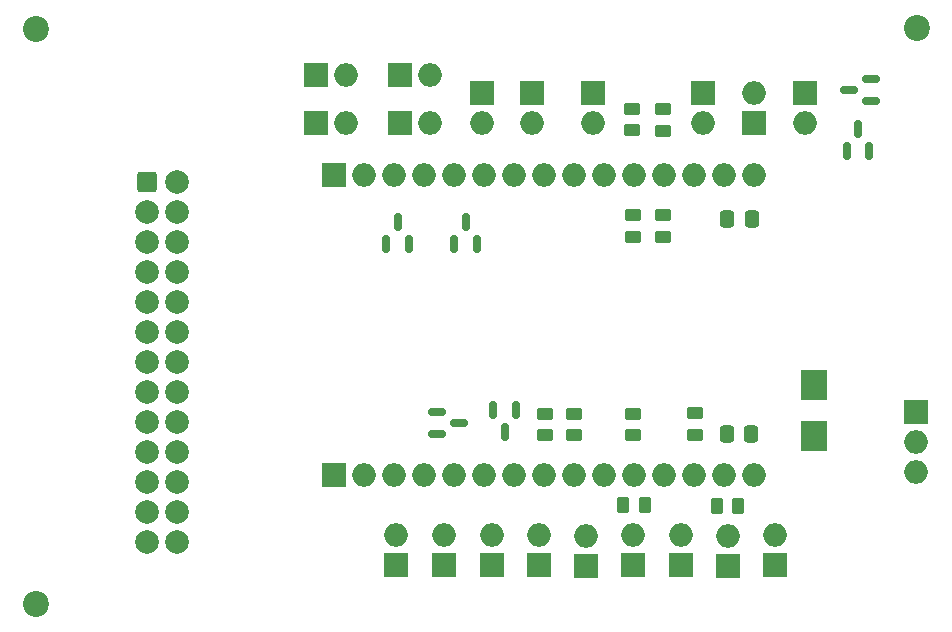
<source format=gbr>
%TF.GenerationSoftware,KiCad,Pcbnew,(6.0.6)*%
%TF.CreationDate,2022-08-30T10:43:36-03:00*%
%TF.ProjectId,Shield_Esp32,53686965-6c64-45f4-9573-7033322e6b69,rev?*%
%TF.SameCoordinates,Original*%
%TF.FileFunction,Soldermask,Bot*%
%TF.FilePolarity,Negative*%
%FSLAX46Y46*%
G04 Gerber Fmt 4.6, Leading zero omitted, Abs format (unit mm)*
G04 Created by KiCad (PCBNEW (6.0.6)) date 2022-08-30 10:43:36*
%MOMM*%
%LPD*%
G01*
G04 APERTURE LIST*
G04 Aperture macros list*
%AMRoundRect*
0 Rectangle with rounded corners*
0 $1 Rounding radius*
0 $2 $3 $4 $5 $6 $7 $8 $9 X,Y pos of 4 corners*
0 Add a 4 corners polygon primitive as box body*
4,1,4,$2,$3,$4,$5,$6,$7,$8,$9,$2,$3,0*
0 Add four circle primitives for the rounded corners*
1,1,$1+$1,$2,$3*
1,1,$1+$1,$4,$5*
1,1,$1+$1,$6,$7*
1,1,$1+$1,$8,$9*
0 Add four rect primitives between the rounded corners*
20,1,$1+$1,$2,$3,$4,$5,0*
20,1,$1+$1,$4,$5,$6,$7,0*
20,1,$1+$1,$6,$7,$8,$9,0*
20,1,$1+$1,$8,$9,$2,$3,0*%
G04 Aperture macros list end*
%ADD10RoundRect,0.250000X-0.262500X-0.450000X0.262500X-0.450000X0.262500X0.450000X-0.262500X0.450000X0*%
%ADD11RoundRect,0.250000X0.262500X0.450000X-0.262500X0.450000X-0.262500X-0.450000X0.262500X-0.450000X0*%
%ADD12R,2.000000X2.000000*%
%ADD13O,2.000000X2.000000*%
%ADD14C,2.200000*%
%ADD15RoundRect,0.250000X-0.600000X-0.600000X0.600000X-0.600000X0.600000X0.600000X-0.600000X0.600000X0*%
%ADD16C,2.000000*%
%ADD17R,2.300000X2.500000*%
%ADD18RoundRect,0.150000X-0.150000X0.587500X-0.150000X-0.587500X0.150000X-0.587500X0.150000X0.587500X0*%
%ADD19RoundRect,0.250000X-0.450000X0.262500X-0.450000X-0.262500X0.450000X-0.262500X0.450000X0.262500X0*%
%ADD20RoundRect,0.250000X0.450000X-0.262500X0.450000X0.262500X-0.450000X0.262500X-0.450000X-0.262500X0*%
%ADD21RoundRect,0.250000X0.337500X0.475000X-0.337500X0.475000X-0.337500X-0.475000X0.337500X-0.475000X0*%
%ADD22RoundRect,0.150000X0.587500X0.150000X-0.587500X0.150000X-0.587500X-0.150000X0.587500X-0.150000X0*%
%ADD23RoundRect,0.150000X0.150000X-0.587500X0.150000X0.587500X-0.150000X0.587500X-0.150000X-0.587500X0*%
%ADD24RoundRect,0.150000X-0.587500X-0.150000X0.587500X-0.150000X0.587500X0.150000X-0.587500X0.150000X0*%
G04 APERTURE END LIST*
D10*
%TO.C,R11*%
X178047500Y-115630000D03*
X179872500Y-115630000D03*
%TD*%
D11*
%TO.C,R10*%
X185945000Y-115680000D03*
X187770000Y-115680000D03*
%TD*%
D12*
%TO.C,J6*%
X190900000Y-120740000D03*
D13*
X190900000Y-118200000D03*
%TD*%
D12*
%TO.C,J12*%
X152000000Y-83300000D03*
D13*
X154540000Y-83300000D03*
%TD*%
D12*
%TO.C,J10*%
X182900000Y-120740000D03*
D13*
X182900000Y-118200000D03*
%TD*%
D12*
%TO.C,J11*%
X159150000Y-79200000D03*
D13*
X161690000Y-79200000D03*
%TD*%
D12*
%TO.C,J21*%
X152000000Y-79200000D03*
D13*
X154540000Y-79200000D03*
%TD*%
D12*
%TO.C,J9*%
X186900000Y-120775000D03*
D13*
X186900000Y-118235000D03*
%TD*%
D12*
%TO.C,J17*%
X170900000Y-120740000D03*
D13*
X170900000Y-118200000D03*
%TD*%
D12*
%TO.C,J13*%
X170300000Y-80700000D03*
D13*
X170300000Y-83240000D03*
%TD*%
D14*
%TO.C,H2*%
X128300000Y-75300000D03*
%TD*%
D12*
%TO.C,J1*%
X158800000Y-120740000D03*
D13*
X158800000Y-118200000D03*
%TD*%
D12*
%TO.C,J22*%
X159125000Y-83300000D03*
D13*
X161665000Y-83300000D03*
%TD*%
D12*
%TO.C,J19*%
X184800000Y-80700000D03*
D13*
X184800000Y-83240000D03*
%TD*%
D12*
%TO.C,J23*%
X193400000Y-80700000D03*
D13*
X193400000Y-83240000D03*
%TD*%
D14*
%TO.C,H3*%
X202900000Y-75200000D03*
%TD*%
D12*
%TO.C,J18*%
X166900000Y-120740000D03*
D13*
X166900000Y-118200000D03*
%TD*%
D12*
%TO.C,J7*%
X189100000Y-83240000D03*
D13*
X189100000Y-80700000D03*
%TD*%
D14*
%TO.C,H1*%
X128300000Y-124000000D03*
%TD*%
D12*
%TO.C,J4*%
X153600000Y-113075000D03*
D13*
X156140000Y-113075000D03*
X158680000Y-113075000D03*
X161220000Y-113075000D03*
X163760000Y-113075000D03*
X166300000Y-113075000D03*
X168840000Y-113075000D03*
X171380000Y-113075000D03*
X173920000Y-113075000D03*
X176460000Y-113075000D03*
X179000000Y-113075000D03*
X181540000Y-113075000D03*
X184080000Y-113075000D03*
X186620000Y-113075000D03*
X189160000Y-113075000D03*
%TD*%
D15*
%TO.C,J3*%
X137747500Y-88260000D03*
D16*
X140287500Y-88260000D03*
X137747500Y-90800000D03*
X140287500Y-90800000D03*
X137747500Y-93340000D03*
X140287500Y-93340000D03*
X137747500Y-95880000D03*
X140287500Y-95880000D03*
X137747500Y-98420000D03*
X140287500Y-98420000D03*
X137747500Y-100960000D03*
X140287500Y-100960000D03*
X137747500Y-103500000D03*
X140287500Y-103500000D03*
X137747500Y-106040000D03*
X140287500Y-106040000D03*
X137747500Y-108580000D03*
X140287500Y-108580000D03*
X137747500Y-111120000D03*
X140287500Y-111120000D03*
X137747500Y-113660000D03*
X140287500Y-113660000D03*
X137747500Y-116200000D03*
X140287500Y-116200000D03*
X137747500Y-118740000D03*
X140287500Y-118740000D03*
%TD*%
D12*
%TO.C,J15*%
X178900000Y-120740000D03*
D13*
X178900000Y-118200000D03*
%TD*%
D12*
%TO.C,J2*%
X162900000Y-120740000D03*
D13*
X162900000Y-118200000D03*
%TD*%
D12*
%TO.C,J5*%
X153600000Y-87700000D03*
D13*
X156140000Y-87700000D03*
X158680000Y-87700000D03*
X161220000Y-87700000D03*
X163760000Y-87700000D03*
X166300000Y-87700000D03*
X168840000Y-87700000D03*
X171380000Y-87700000D03*
X173920000Y-87700000D03*
X176460000Y-87700000D03*
X179000000Y-87700000D03*
X181540000Y-87700000D03*
X184080000Y-87700000D03*
X186620000Y-87700000D03*
X189160000Y-87700000D03*
%TD*%
D12*
%TO.C,J14*%
X166100000Y-80700000D03*
D13*
X166100000Y-83240000D03*
%TD*%
D12*
%TO.C,J16*%
X174900000Y-120775000D03*
D13*
X174900000Y-118235000D03*
%TD*%
D12*
%TO.C,J20*%
X175500000Y-80700000D03*
D13*
X175500000Y-83240000D03*
%TD*%
D12*
%TO.C,J8*%
X202800000Y-107760000D03*
D13*
X202800000Y-110300000D03*
X202800000Y-112840000D03*
%TD*%
D17*
%TO.C,D4*%
X194200000Y-109800000D03*
X194200000Y-105500000D03*
%TD*%
D18*
%TO.C,D2*%
X167050000Y-107562500D03*
X168950000Y-107562500D03*
X168000000Y-109437500D03*
%TD*%
D19*
%TO.C,R8*%
X181400000Y-91075000D03*
X181400000Y-92900000D03*
%TD*%
D20*
%TO.C,R4*%
X171400000Y-109712500D03*
X171400000Y-107887500D03*
%TD*%
%TO.C,R3*%
X184100000Y-109700000D03*
X184100000Y-107875000D03*
%TD*%
%TO.C,R2*%
X173900000Y-109725000D03*
X173900000Y-107900000D03*
%TD*%
D21*
%TO.C,C1*%
X188900000Y-109600000D03*
X186825000Y-109600000D03*
%TD*%
%TO.C,C2*%
X188937500Y-91400000D03*
X186862500Y-91400000D03*
%TD*%
D19*
%TO.C,R9*%
X178900000Y-91075000D03*
X178900000Y-92900000D03*
%TD*%
D20*
%TO.C,R5*%
X178900000Y-109725000D03*
X178900000Y-107900000D03*
%TD*%
D22*
%TO.C,D7*%
X199037500Y-79550000D03*
X199037500Y-81450000D03*
X197162500Y-80500000D03*
%TD*%
D23*
%TO.C,D8*%
X198850000Y-85637500D03*
X196950000Y-85637500D03*
X197900000Y-83762500D03*
%TD*%
%TO.C,D6*%
X165650000Y-93537500D03*
X163750000Y-93537500D03*
X164700000Y-91662500D03*
%TD*%
D19*
%TO.C,R6*%
X181400000Y-82100000D03*
X181400000Y-83925000D03*
%TD*%
D24*
%TO.C,D1*%
X162262500Y-109650000D03*
X162262500Y-107750000D03*
X164137500Y-108700000D03*
%TD*%
D19*
%TO.C,R7*%
X178800000Y-82075000D03*
X178800000Y-83900000D03*
%TD*%
D23*
%TO.C,D5*%
X159900000Y-93500000D03*
X158000000Y-93500000D03*
X158950000Y-91625000D03*
%TD*%
M02*

</source>
